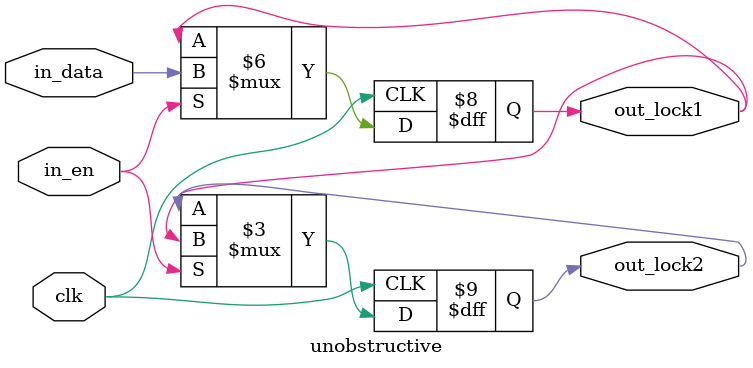
<source format=v>
module unobstructive(clk,in_en,out_lock1,in_data,out_lock2);
input clk;
input in_en;
input in_data;
output reg out_lock1,out_lock2;
always@(posedge clk)
	if(in_en)
		begin
			out_lock1<=in_data;
			out_lock2<=out_lock1;
		end
	else
		begin
			out_lock1<=out_lock1;
			out_lock2<=out_lock2;
		end
endmodule

</source>
